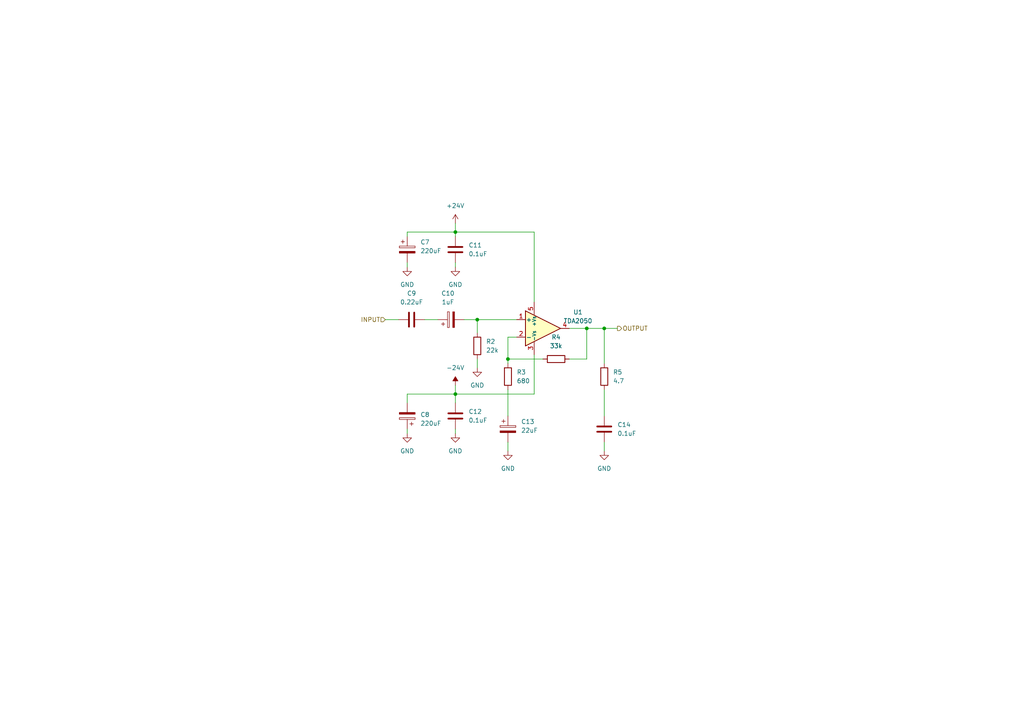
<source format=kicad_sch>
(kicad_sch (version 20211123) (generator eeschema)
  (paper "A4")
  (lib_symbols
    (symbol "Amplifier_Audio:TDA2050" (pin_names (offset 0.127))
      (property "Reference" "U" (at 3.81 6.35 0))
      (property "Value" "TDA2050" (at 3.81 3.81 0))
      (symbol "TDA2050_0_1"
        (polyline (pts (xy -5.08 5.08) (xy 5.08 0) (xy -5.08 -5.08) (xy -5.08 5.08)) (stroke (width 0.254)) (fill (type background)))
      )
      (symbol "TDA2050_1_1"
        (pin input line (at -7.62 2.54 0) (length 2.54) (name "+") (number "1"))
        (pin input line (at -7.62 -2.54 0) (length 2.54) (name "-") (number "2"))
        (pin power_in line (at -2.54 -7.62 90) (length 3.81) (name "-Vs") (number "3"))
        (pin output line (at 7.62 0 180) (length 2.54) (name "~") (number "4"))
        (pin power_in line (at -2.54 7.62 270) (length 3.81) (name "+Vs") (number "5"))
      )
    )
    (symbol "Device:C" (pin_numbers hide) (pin_names (offset 0.254))
      (property "Reference" "C" (at 0.635 2.54 0))
      (property "Value" "C" (at 0.635 -2.54 0))
      (symbol "C_0_1"
        (polyline (pts (xy -2.032 -0.762) (xy 2.032 -0.762)) (stroke (width 0.508)))
        (polyline (pts (xy -2.032 0.762) (xy 2.032 0.762)) (stroke (width 0.508)))
      )
      (symbol "C_1_1"
        (pin passive line (at 0 3.81 270) (length 2.794) (name "~") (number "1"))
        (pin passive line (at 0 -3.81 90) (length 2.794) (name "~") (number "2"))
      )
    )
    (symbol "Device:C_Polarized" (pin_numbers hide) (pin_names (offset 0.254))
      (property "Reference" "C" (at 0.635 2.54 0))
      (property "Value" "C_Polarized" (at 0.635 -2.54 0))
      (symbol "C_Polarized_0_1"
        (rectangle (start -2.286 0.508) (end 2.286 1.016))
        (polyline (pts (xy -1.778 2.286) (xy -0.762 2.286)))
        (polyline (pts (xy -1.27 2.794) (xy -1.27 1.778)))
        (rectangle (start 2.286 -0.508) (end -2.286 -1.016) (fill (type outline)))
      )
      (symbol "C_Polarized_1_1"
        (pin passive line (at 0 3.81 270) (length 2.794) (name "~") (number "1"))
        (pin passive line (at 0 -3.81 90) (length 2.794) (name "~") (number "2"))
      )
    )
    (symbol "Device:R" (pin_numbers hide) (pin_names (offset 0))
      (property "Reference" "R" (at 2.032 0 90))
      (property "Value" "R" (at 0 0 90))
      (symbol "R_0_1"
        (rectangle (start -1.016 -2.54) (end 1.016 2.54) (stroke (width 0.254)))
      )
      (symbol "R_1_1"
        (pin passive line (at 0 3.81 270) (length 1.27) (name "~") (number "1"))
        (pin passive line (at 0 -3.81 90) (length 1.27) (name "~") (number "2"))
      )
    )
    (symbol "power:+24V" (power) (pin_names (offset 0))
      (property "Value" "+24V" (at 0 3.556 0))
      (symbol "+24V_0_1"
        (polyline (pts (xy -0.762 1.27) (xy 0 2.54)))
        (polyline (pts (xy 0 0) (xy 0 2.54)))
        (polyline (pts (xy 0 2.54) (xy 0.762 1.27)))
      )
      (symbol "+24V_1_1"
        (pin power_in line (at 0 0 90) (length 0) hide (name "+24V") (number "1"))
      )
    )
    (symbol "power:-24V" (power) (pin_names (offset 0))
      (property "Value" "-24V" (at 0 3.81 0))
      (symbol "-24V_0_0"
        (pin power_in line (at 0 0 90) (length 0) hide (name "-24V") (number "1"))
      )
      (symbol "-24V_0_1"
        (polyline (pts (xy 0 0) (xy 0 1.27) (xy 0.762 1.27) (xy 0 2.54) (xy -0.762 1.27) (xy 0 1.27)) (fill (type outline)))
      )
    )
    (symbol "power:GND" (power) (pin_names (offset 0))
      (property "Value" "GND" (at 0 -3.81 0))
      (symbol "GND_0_1"
        (polyline (pts (xy 0 0) (xy 0 -1.27) (xy 1.27 -1.27) (xy 0 -2.54) (xy -1.27 -1.27) (xy 0 -1.27)))
      )
      (symbol "GND_1_1"
        (pin power_in line (at 0 0 270) (length 0) hide (name "GND") (number "1"))
      )
    )
  )
  (junction (at 170.18 95.25))
  (junction (at 138.43 92.71))
  (junction (at 132.08 114.3))
  (junction (at 147.32 104.14))
  (junction (at 132.08 67.31))
  (junction (at 175.26 95.25))
  (wire (pts (xy 147.32 113.03) (xy 147.32 120.65)))
  (wire (pts (xy 175.26 95.25) (xy 175.26 105.41)))
  (wire (pts (xy 147.32 104.14) (xy 157.48 104.14)))
  (wire (pts (xy 165.1 95.25) (xy 170.18 95.25)))
  (wire (pts (xy 118.11 76.2) (xy 118.11 77.47)))
  (wire (pts (xy 175.26 113.03) (xy 175.26 120.65)))
  (wire (pts (xy 134.62 92.71) (xy 138.43 92.71)))
  (wire (pts (xy 132.08 64.77) (xy 132.08 67.31)))
  (wire (pts (xy 147.32 105.41) (xy 147.32 104.14)))
  (wire (pts (xy 118.11 124.46) (xy 118.11 125.73)))
  (wire (pts (xy 165.1 104.14) (xy 170.18 104.14)))
  (wire (pts (xy 132.08 114.3) (xy 154.94 114.3)))
  (wire (pts (xy 147.32 104.14) (xy 147.32 97.79)))
  (wire (pts (xy 132.08 124.46) (xy 132.08 125.73)))
  (wire (pts (xy 138.43 92.71) (xy 138.43 96.52)))
  (wire (pts (xy 132.08 114.3) (xy 132.08 116.84)))
  (wire (pts (xy 154.94 67.31) (xy 132.08 67.31)))
  (wire (pts (xy 118.11 68.58) (xy 118.11 67.31)))
  (wire (pts (xy 118.11 67.31) (xy 132.08 67.31)))
  (wire (pts (xy 118.11 114.3) (xy 132.08 114.3)))
  (wire (pts (xy 175.26 128.27) (xy 175.26 130.81)))
  (wire (pts (xy 123.19 92.71) (xy 127 92.71)))
  (wire (pts (xy 132.08 76.2) (xy 132.08 77.47)))
  (wire (pts (xy 138.43 104.14) (xy 138.43 106.68)))
  (wire (pts (xy 138.43 92.71) (xy 149.86 92.71)))
  (wire (pts (xy 132.08 111.76) (xy 132.08 114.3)))
  (wire (pts (xy 147.32 97.79) (xy 149.86 97.79)))
  (wire (pts (xy 154.94 114.3) (xy 154.94 102.87)))
  (wire (pts (xy 154.94 87.63) (xy 154.94 67.31)))
  (wire (pts (xy 170.18 104.14) (xy 170.18 95.25)))
  (wire (pts (xy 175.26 95.25) (xy 179.07 95.25)))
  (wire (pts (xy 170.18 95.25) (xy 175.26 95.25)))
  (wire (pts (xy 111.76 92.71) (xy 115.57 92.71)))
  (wire (pts (xy 147.32 128.27) (xy 147.32 130.81)))
  (wire (pts (xy 118.11 116.84) (xy 118.11 114.3)))
  (wire (pts (xy 132.08 67.31) (xy 132.08 68.58)))
  (hierarchical_label "OUTPUT" (shape output) (at 179.07 95.25 0))
  (hierarchical_label "INPUT" (shape input) (at 111.76 92.71 180))
  (symbol (lib_id "power:GND") (at 138.43 106.68 0) (unit 1)
    (property "Reference" "#PWR022" (effects hide))
    (property "Value" "GND" (at 138.43 111.76 0))
  )
  (symbol (lib_id "power:GND") (at 132.08 125.73 0) (unit 1)
    (property "Reference" "#PWR021" (effects hide))
    (property "Value" "GND" (at 132.08 130.81 0))
  )
  (symbol (lib_id "Device:C") (at 119.38 92.71 90) (unit 1)
    (property "Reference" "C9" (at 119.38 85.09 90))
    (property "Value" "0.22uF" (at 119.38 87.63 90))
    (property "Footprint" "Capacitor_THT:C_Disc_D7.5mm_W5.0mm_P7.50mm" (effects hide))
    (property "Type" "Poliester" (effects hide))
    (property "Voltage" "50v" (effects hide))
  )
  (symbol (lib_id "power:GND") (at 118.11 77.47 0) (unit 1)
    (property "Reference" "#PWR016" (effects hide))
    (property "Value" "GND" (at 118.11 82.55 0))
  )
  (symbol (lib_id "Device:R") (at 147.32 109.22 0) (unit 1)
    (property "Reference" "R3" (at 149.86 107.9499 0) (effects (justify left)))
    (property "Value" "680" (at 149.86 110.4899 0) (effects (justify left)))
    (property "Footprint" "Resistor_THT:R_Axial_DIN0207_L6.3mm_D2.5mm_P10.16mm_Horizontal" (effects hide))
    (property "Type" "1/4 W" (effects hide))
  )
  (symbol (lib_id "power:GND") (at 175.26 130.81 0) (unit 1)
    (property "Reference" "#PWR024" (effects hide))
    (property "Value" "GND" (at 175.26 135.89 0))
  )
  (symbol (lib_id "Device:C_Polarized") (at 118.11 120.65 180) (unit 1)
    (property "Reference" "C8" (at 121.92 120.2689 0) (effects (justify right)))
    (property "Value" "220uF" (at 121.92 122.8089 0) (effects (justify right)))
    (property "Footprint" "Capacitor_THT:CP_Radial_D8.0mm_P5.00mm" (effects hide))
    (property "Voltage" "35v" (effects hide))
    (property "Type" "Electrolitico" (effects hide))
  )
  (symbol (lib_id "Device:R") (at 138.43 100.33 0) (unit 1)
    (property "Reference" "R2" (at 140.97 99.0599 0) (effects (justify left)))
    (property "Value" "22k" (at 140.97 101.5999 0) (effects (justify left)))
    (property "Footprint" "Resistor_THT:R_Axial_DIN0207_L6.3mm_D2.5mm_P10.16mm_Horizontal" (effects hide))
    (property "Type" "1/4 W" (effects hide))
  )
  (symbol (lib_id "power:GND") (at 118.11 125.73 0) (unit 1)
    (property "Reference" "#PWR017" (effects hide))
    (property "Value" "GND" (at 118.11 130.81 0))
  )
  (symbol (lib_id "Device:C") (at 132.08 120.65 0) (unit 1)
    (property "Reference" "C12" (at 135.89 119.3799 0) (effects (justify left)))
    (property "Value" "0.1uF" (at 135.89 121.9199 0) (effects (justify left)))
    (property "Footprint" "Capacitor_THT:C_Disc_D5.0mm_W2.5mm_P2.50mm" (effects hide))
    (property "Type" "Ceramico" (effects hide))
    (property "Voltage" "50v" (effects hide))
  )
  (symbol (lib_id "Device:R") (at 175.26 109.22 180) (unit 1)
    (property "Reference" "R5" (at 177.8 107.9499 0) (effects (justify right)))
    (property "Value" "4.7" (at 177.8 110.4899 0) (effects (justify right)))
    (property "Footprint" "Resistor_THT:R_Axial_DIN0207_L6.3mm_D2.5mm_P10.16mm_Horizontal" (effects hide))
    (property "Type" "1/4 W" (effects hide))
  )
  (symbol (lib_id "power:GND") (at 132.08 77.47 0) (unit 1)
    (property "Reference" "#PWR019" (effects hide))
    (property "Value" "GND" (at 132.08 82.55 0))
  )
  (symbol (lib_id "power:+24V") (at 132.08 64.77 0) (unit 1)
    (property "Reference" "#PWR018" (effects hide))
    (property "Value" "+24V" (at 132.08 59.69 0))
  )
  (symbol (lib_id "Amplifier_Audio:TDA2050") (at 157.48 95.25 0) (unit 1)
    (property "Reference" "U1" (at 167.64 90.551 0))
    (property "Value" "TDA2050" (at 167.64 93.091 0))
    (property "Footprint" "Package_TO_SOT_THT:TO-220-5_P3.4x3.7mm_StaggerOdd_Lead3.8mm_Vertical" (effects hide))
    (property "Datasheet" "http://www.st.com/resource/en/datasheet/cd00000131.pdf" (effects hide))
  )
  (symbol (lib_id "Device:C") (at 132.08 72.39 0) (unit 1)
    (property "Reference" "C11" (at 135.89 71.1199 0) (effects (justify left)))
    (property "Value" "0.1uF" (at 135.89 73.6599 0) (effects (justify left)))
    (property "Footprint" "Capacitor_THT:C_Disc_D5.0mm_W2.5mm_P2.50mm" (effects hide))
    (property "Type" "Ceramico" (effects hide))
    (property "Voltage" "50v" (effects hide))
  )
  (symbol (lib_id "Device:C_Polarized") (at 118.11 72.39 0) (unit 1)
    (property "Reference" "C7" (at 121.92 70.2309 0) (effects (justify left)))
    (property "Value" "220uF" (at 121.92 72.7709 0) (effects (justify left)))
    (property "Footprint" "Capacitor_THT:CP_Radial_D8.0mm_P5.00mm" (effects hide))
    (property "Voltage" "35v" (effects hide))
    (property "Type" "Electrolitico" (effects hide))
  )
  (symbol (lib_id "Device:C_Polarized") (at 147.32 124.46 0) (unit 1)
    (property "Reference" "C13" (at 151.13 122.3009 0) (effects (justify left)))
    (property "Value" "22uF" (at 151.13 124.8409 0) (effects (justify left)))
    (property "Footprint" "Capacitor_THT:CP_Radial_D5.0mm_P2.50mm" (effects hide))
    (property "Type" "Electrolitico" (effects hide))
    (property "Voltage" "35v" (effects hide))
  )
  (symbol (lib_id "power:-24V") (at 132.08 111.76 0) (unit 1)
    (property "Reference" "#PWR020" (effects hide))
    (property "Value" "-24V" (at 132.08 106.68 0))
  )
  (symbol (lib_id "Device:C") (at 175.26 124.46 0) (unit 1)
    (property "Reference" "C14" (at 179.07 123.1899 0) (effects (justify left)))
    (property "Value" "0.1uF" (at 179.07 125.7299 0) (effects (justify left)))
    (property "Footprint" "Capacitor_THT:C_Disc_D5.0mm_W2.5mm_P5.00mm" (effects hide))
    (property "Type" "Poliester" (effects hide))
    (property "Voltage" "50v" (effects hide))
  )
  (symbol (lib_id "Device:C_Polarized") (at 130.81 92.71 90) (unit 1)
    (property "Reference" "C10" (at 129.921 85.09 90))
    (property "Value" "1uF" (at 129.921 87.63 90))
    (property "Footprint" "Capacitor_THT:CP_Radial_D8.0mm_P5.00mm" (effects hide))
    (property "Type" "Electrolitico" (effects hide))
    (property "Voltage" "35v" (effects hide))
  )
  (symbol (lib_id "power:GND") (at 147.32 130.81 0) (unit 1)
    (property "Reference" "#PWR023" (effects hide))
    (property "Value" "GND" (at 147.32 135.89 0))
  )
  (symbol (lib_id "Device:R") (at 161.29 104.14 90) (unit 1)
    (property "Reference" "R4" (at 161.29 97.79 90))
    (property "Value" "33k" (at 161.29 100.33 90))
    (property "Footprint" "Resistor_THT:R_Axial_DIN0207_L6.3mm_D2.5mm_P10.16mm_Horizontal" (effects hide))
    (property "Type" "1/4 W" (effects hide))
  )
)
</source>
